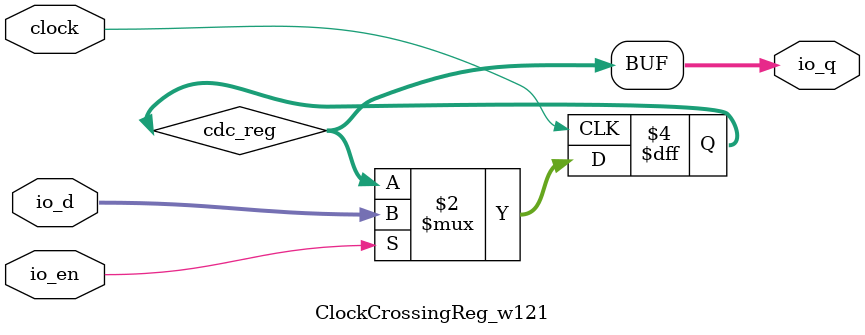
<source format=sv>
`ifndef RANDOMIZE
  `ifdef RANDOMIZE_REG_INIT
    `define RANDOMIZE
  `endif // RANDOMIZE_REG_INIT
`endif // not def RANDOMIZE
`ifndef RANDOMIZE
  `ifdef RANDOMIZE_MEM_INIT
    `define RANDOMIZE
  `endif // RANDOMIZE_MEM_INIT
`endif // not def RANDOMIZE

`ifndef RANDOM
  `define RANDOM $random
`endif // not def RANDOM

// Users can define 'PRINTF_COND' to add an extra gate to prints.
`ifndef PRINTF_COND_
  `ifdef PRINTF_COND
    `define PRINTF_COND_ (`PRINTF_COND)
  `else  // PRINTF_COND
    `define PRINTF_COND_ 1
  `endif // PRINTF_COND
`endif // not def PRINTF_COND_

// Users can define 'ASSERT_VERBOSE_COND' to add an extra gate to assert error printing.
`ifndef ASSERT_VERBOSE_COND_
  `ifdef ASSERT_VERBOSE_COND
    `define ASSERT_VERBOSE_COND_ (`ASSERT_VERBOSE_COND)
  `else  // ASSERT_VERBOSE_COND
    `define ASSERT_VERBOSE_COND_ 1
  `endif // ASSERT_VERBOSE_COND
`endif // not def ASSERT_VERBOSE_COND_

// Users can define 'STOP_COND' to add an extra gate to stop conditions.
`ifndef STOP_COND_
  `ifdef STOP_COND
    `define STOP_COND_ (`STOP_COND)
  `else  // STOP_COND
    `define STOP_COND_ 1
  `endif // STOP_COND
`endif // not def STOP_COND_

// Users can define INIT_RANDOM as general code that gets injected into the
// initializer block for modules with registers.
`ifndef INIT_RANDOM
  `define INIT_RANDOM
`endif // not def INIT_RANDOM

// If using random initialization, you can also define RANDOMIZE_DELAY to
// customize the delay used, otherwise 0.002 is used.
`ifndef RANDOMIZE_DELAY
  `define RANDOMIZE_DELAY 0.002
`endif // not def RANDOMIZE_DELAY

// Define INIT_RANDOM_PROLOG_ for use in our modules below.
`ifndef INIT_RANDOM_PROLOG_
  `ifdef RANDOMIZE
    `ifdef VERILATOR
      `define INIT_RANDOM_PROLOG_ `INIT_RANDOM
    `else  // VERILATOR
      `define INIT_RANDOM_PROLOG_ `INIT_RANDOM #`RANDOMIZE_DELAY begin end
    `endif // VERILATOR
  `else  // RANDOMIZE
    `define INIT_RANDOM_PROLOG_
  `endif // RANDOMIZE
`endif // not def INIT_RANDOM_PROLOG_

module ClockCrossingReg_w121(
  input          clock,
  input  [120:0] io_d,
  input          io_en,
  output [120:0] io_q
);

  reg [120:0] cdc_reg;	// @[Reg.scala:19:16]
  always @(posedge clock) begin
    if (io_en)
      cdc_reg <= io_d;	// @[Reg.scala:19:16]
  end // always @(posedge)
  `ifndef SYNTHESIS
    `ifdef FIRRTL_BEFORE_INITIAL
      `FIRRTL_BEFORE_INITIAL
    `endif // FIRRTL_BEFORE_INITIAL
    logic [31:0] _RANDOM_0;
    logic [31:0] _RANDOM_1;
    logic [31:0] _RANDOM_2;
    logic [31:0] _RANDOM_3;
    initial begin
      `ifdef INIT_RANDOM_PROLOG_
        `INIT_RANDOM_PROLOG_
      `endif // INIT_RANDOM_PROLOG_
      `ifdef RANDOMIZE_REG_INIT
        _RANDOM_0 = `RANDOM;
        _RANDOM_1 = `RANDOM;
        _RANDOM_2 = `RANDOM;
        _RANDOM_3 = `RANDOM;
        cdc_reg = {_RANDOM_0, _RANDOM_1, _RANDOM_2, _RANDOM_3[24:0]};	// @[Reg.scala:19:16]
      `endif // RANDOMIZE_REG_INIT
    end // initial
    `ifdef FIRRTL_AFTER_INITIAL
      `FIRRTL_AFTER_INITIAL
    `endif // FIRRTL_AFTER_INITIAL
  `endif // not def SYNTHESIS
  assign io_q = cdc_reg;	// @[Reg.scala:19:16]
endmodule


</source>
